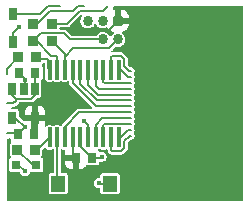
<source format=gtl>
%TF.GenerationSoftware,KiCad,Pcbnew,9.0.0*%
%TF.CreationDate,2025-09-23T13:08:56+01:00*%
%TF.ProjectId,ASCII_gerbersockets_test,41534349-495f-4676-9572-626572736f63,v0.3*%
%TF.SameCoordinates,PX501bd00PY47868c0*%
%TF.FileFunction,Copper,L1,Top*%
%TF.FilePolarity,Positive*%
%FSLAX46Y46*%
G04 Gerber Fmt 4.6, Leading zero omitted, Abs format (unit mm)*
G04 Created by KiCad (PCBNEW 9.0.0) date 2025-09-23 13:08:56*
%MOMM*%
%LPD*%
G01*
G04 APERTURE LIST*
G04 Aperture macros list*
%AMRoundRect*
0 Rectangle with rounded corners*
0 $1 Rounding radius*
0 $2 $3 $4 $5 $6 $7 $8 $9 X,Y pos of 4 corners*
0 Add a 4 corners polygon primitive as box body*
4,1,4,$2,$3,$4,$5,$6,$7,$8,$9,$2,$3,0*
0 Add four circle primitives for the rounded corners*
1,1,$1+$1,$2,$3*
1,1,$1+$1,$4,$5*
1,1,$1+$1,$6,$7*
1,1,$1+$1,$8,$9*
0 Add four rect primitives between the rounded corners*
20,1,$1+$1,$2,$3,$4,$5,0*
20,1,$1+$1,$4,$5,$6,$7,0*
20,1,$1+$1,$6,$7,$8,$9,0*
20,1,$1+$1,$8,$9,$2,$3,0*%
G04 Aperture macros list end*
%TA.AperFunction,ComponentPad*%
%ADD10RoundRect,0.172720X-0.259080X-0.259080X0.259080X-0.259080X0.259080X0.259080X-0.259080X0.259080X0*%
%TD*%
%TA.AperFunction,ComponentPad*%
%ADD11C,0.863600*%
%TD*%
%TA.AperFunction,SMDPad,CuDef*%
%ADD12R,0.860000X0.810000*%
%TD*%
%TA.AperFunction,SMDPad,CuDef*%
%ADD13R,0.700000X1.000000*%
%TD*%
%TA.AperFunction,SMDPad,CuDef*%
%ADD14R,0.800000X0.800000*%
%TD*%
%TA.AperFunction,SMDPad,CuDef*%
%ADD15R,0.800000X0.900000*%
%TD*%
%TA.AperFunction,SMDPad,CuDef*%
%ADD16O,0.360000X1.740000*%
%TD*%
%TA.AperFunction,SMDPad,CuDef*%
%ADD17R,1.230000X1.360000*%
%TD*%
%TA.AperFunction,SMDPad,CuDef*%
%ADD18R,0.810000X0.860000*%
%TD*%
%TA.AperFunction,SMDPad,CuDef*%
%ADD19R,0.750000X1.000000*%
%TD*%
%TA.AperFunction,SMDPad,CuDef*%
%ADD20C,0.125000*%
%TD*%
%TA.AperFunction,ViaPad*%
%ADD21C,0.450000*%
%TD*%
%TA.AperFunction,Conductor*%
%ADD22C,0.200000*%
%TD*%
G04 APERTURE END LIST*
D10*
%TO.P,J1,1,Vcc*%
%TO.N,+3V3*%
X3875000Y7000000D03*
D11*
%TO.P,J1,2,SWDIO*%
%TO.N,/SWDIO*%
X3875000Y5425200D03*
%TO.P,J1,3,GND*%
%TO.N,GND*%
X2605000Y7000000D03*
%TO.P,J1,4,SWDCLK*%
%TO.N,/SWCLK*%
X2605000Y5425200D03*
%TO.P,J1,5,~{RESET}*%
%TO.N,/nRESET*%
X1335000Y7000000D03*
%TD*%
D12*
%TO.P,R7,1*%
%TO.N,/SWDIO*%
X-1700000Y5250000D03*
%TO.P,R7,2*%
%TO.N,Net-(GS5-SWDIO~^)*%
X-1700000Y6750000D03*
%TD*%
D13*
%TO.P,U2,1,IN*%
%TO.N,JD_PWR*%
X-3150000Y1200000D03*
%TO.P,U2,2,GND*%
%TO.N,GND*%
X-4100000Y1200000D03*
%TO.P,U2,3,EN*%
%TO.N,JD_PWR*%
X-5050000Y1200000D03*
%TO.P,U2,4,N/C*%
%TO.N,GND*%
X-5050000Y-1200000D03*
%TO.P,U2,5,OUT*%
%TO.N,+3V3*%
X-3150000Y-1200000D03*
%TD*%
D14*
%TO.P,D1,1*%
%TO.N,Net-(D1-Pad1)*%
X-3050000Y-5200000D03*
%TO.P,D1,2*%
%TO.N,GND*%
X-4750000Y-5200000D03*
%TD*%
D12*
%TO.P,R6,1*%
%TO.N,/SWCLK*%
X-3300000Y5250000D03*
%TO.P,R6,2*%
%TO.N,Net-(GS4-SWCLK)*%
X-3300000Y6750000D03*
%TD*%
D15*
%TO.P,C3,1*%
%TO.N,+3V3*%
X-3200000Y-2600000D03*
%TO.P,C3,2*%
%TO.N,GND*%
X-4600000Y-2600000D03*
%TD*%
D16*
%TO.P,U1,1,PB7/PB8*%
%TO.N,/JD_STATUS*%
X-1910000Y-2870000D03*
%TO.P,U1,2,PB9/PC14-OSC32_IN*%
%TO.N,/nFLASH*%
X-1260000Y-2870000D03*
%TO.P,U1,3,PC15-OSC32_OUT*%
%TO.N,unconnected-(U1-PC15-OSC32_OUT-Pad3)*%
X-610000Y-2870000D03*
%TO.P,U1,4,VDD/VDDA*%
%TO.N,+3V3*%
X40000Y-2870000D03*
%TO.P,U1,5,VSS/VSSA*%
%TO.N,GND*%
X700000Y-2870000D03*
%TO.P,U1,6,NRST*%
%TO.N,/nRESET*%
X1350000Y-2870000D03*
%TO.P,U1,7,PA0*%
%TO.N,unconnected-(U1-PA0-Pad7)*%
X2000000Y-2870000D03*
%TO.P,U1,8,PA1*%
%TO.N,unconnected-(U1-PA1-Pad8)*%
X2650000Y-2870000D03*
%TO.P,U1,9,PA2*%
%TO.N,unconnected-(U1-PA2-Pad9)*%
X3300000Y-2870000D03*
%TO.P,U1,10,PA3*%
%TO.N,unconnected-(U1-PA3-Pad10)*%
X3950000Y-2870000D03*
%TO.P,U1,11,PA4*%
%TO.N,unconnected-(U1-PA4-Pad11)*%
X3950000Y2870000D03*
%TO.P,U1,12,PA5*%
%TO.N,unconnected-(U1-PA5-Pad12)*%
X3300000Y2870000D03*
%TO.P,U1,13,PA6*%
%TO.N,unconnected-(U1-PA6-Pad13)*%
X2650000Y2870000D03*
%TO.P,U1,14,PA7*%
%TO.N,unconnected-(U1-PA7-Pad14)*%
X2000000Y2870000D03*
%TO.P,U1,15,PB0/PB1/PB2/PA8*%
%TO.N,unconnected-(U1-PB0{slash}PB1{slash}PB2{slash}PA8-Pad15)*%
X1350000Y2870000D03*
%TO.P,U1,16,PA11[PA9]*%
%TO.N,unconnected-(U1-PA11[PA9]-Pad16)*%
X700000Y2870000D03*
%TO.P,U1,17,PA12[PA10]*%
%TO.N,unconnected-(U1-PA12[PA10]-Pad17)*%
X40000Y2870000D03*
%TO.P,U1,18,PA13*%
%TO.N,/SWDIO*%
X-610000Y2870000D03*
%TO.P,U1,19,PA15/PA14-BOOT0*%
%TO.N,/SWCLK*%
X-1260000Y2870000D03*
%TO.P,U1,20,PB3/PB4/PB5/PB6*%
%TO.N,/JD_DATA_MCU*%
X-1910000Y2870000D03*
%TD*%
D17*
%TO.P,SW1,1,1*%
%TO.N,GND*%
X3200000Y-6800000D03*
%TO.P,SW1,2,2*%
%TO.N,/nFLASH*%
X-1160000Y-6800000D03*
%TD*%
D18*
%TO.P,R5,1*%
%TO.N,/JD_DATA_MCU*%
X-3050000Y3900000D03*
%TO.P,R5,2*%
%TO.N,Net-(GS3-JD_DATA)*%
X-4550000Y3900000D03*
%TD*%
D15*
%TO.P,C1,1*%
%TO.N,+3V3*%
X300000Y-4600000D03*
%TO.P,C1,2*%
%TO.N,GND*%
X1700000Y-4600000D03*
%TD*%
%TO.P,C2,1*%
%TO.N,JD_PWR*%
X-3100000Y2600000D03*
%TO.P,C2,2*%
%TO.N,GND*%
X-4500000Y2600000D03*
%TD*%
D18*
%TO.P,R1,1*%
%TO.N,/JD_STATUS*%
X-3150000Y-3900000D03*
%TO.P,R1,2*%
%TO.N,Net-(D1-Pad1)*%
X-4650000Y-3900000D03*
%TD*%
D19*
%TO.P,D2,1,K*%
%TO.N,Net-(D2-K)*%
X-5000000Y7570000D03*
%TO.P,D2,2,A*%
%TO.N,/nRESET*%
X-5000000Y5230000D03*
%TD*%
D20*
%TO.P,GS1,1,JD_PWR*%
%TO.N,JD_PWR*%
X-5500000Y0D03*
%TD*%
%TO.P,GS2,1,GND*%
%TO.N,GND*%
X-5500000Y-2500000D03*
%TD*%
%TO.P,GS6,1,RESET*%
%TO.N,Net-(D2-K)*%
X-1000000Y8250000D03*
%TD*%
%TO.P,GS4,1,SWCLK*%
%TO.N,Net-(GS4-SWCLK)*%
X1000000Y8250000D03*
%TD*%
%TO.P,GS3,1,JD_DATA*%
%TO.N,Net-(GS3-JD_DATA)*%
X-5500000Y2500000D03*
%TD*%
%TO.P,GS5,1,SWDIO~^*%
%TO.N,Net-(GS5-SWDIO~^)*%
X3000000Y8250000D03*
%TD*%
D21*
%TO.N,GND*%
X-4000000Y2000000D03*
X2500000Y-4500000D03*
X-4000000Y-5750000D03*
X2250000Y-6750000D03*
X-4000000Y-2000000D03*
%TO.N,+3V3*%
X-600000Y300000D03*
X125000Y6158000D03*
X300000Y-6000000D03*
%TO.N,/nRESET*%
X1000000Y-1500000D03*
X-4500000Y6500000D03*
%TD*%
D22*
%TO.N,GND*%
X-4000000Y2000000D02*
X-4000000Y2100000D01*
X2300000Y-6800000D02*
X2250000Y-6750000D01*
X-5050000Y-1200000D02*
X-4800000Y-1200000D01*
X-4000000Y-2000000D02*
X-4600000Y-2600000D01*
X-4800000Y-1200000D02*
X-4000000Y-2000000D01*
X-4000000Y1300000D02*
X-4100000Y1200000D01*
X-4550000Y-5200000D02*
X-4000000Y-5750000D01*
X1700000Y-4600000D02*
X2400000Y-4600000D01*
X700000Y-3600000D02*
X1700000Y-4600000D01*
X-5500000Y-2500000D02*
X-4700000Y-2500000D01*
X-4000000Y2100000D02*
X-4500000Y2600000D01*
X700000Y-2870000D02*
X700000Y-3600000D01*
X-4000000Y2000000D02*
X-4000000Y1300000D01*
X-4750000Y-5200000D02*
X-4550000Y-5200000D01*
X-4700000Y-2500000D02*
X-4600000Y-2600000D01*
X3200000Y-6800000D02*
X2300000Y-6800000D01*
X2400000Y-4600000D02*
X2500000Y-4500000D01*
%TO.N,+3V3*%
X-3150000Y-1200000D02*
X-3150000Y-2550000D01*
X3033000Y6158000D02*
X125000Y6158000D01*
X3875000Y7000000D02*
X3033000Y6158000D01*
X40000Y-4340000D02*
X300000Y-4600000D01*
X40000Y-2870000D02*
X40000Y-4340000D01*
X-3150000Y-2550000D02*
X-3200000Y-2600000D01*
X-2950000Y-1150000D02*
X-2950000Y-1200000D01*
%TO.N,Net-(D1-Pad1)*%
X-3350000Y-5200000D02*
X-3050000Y-5200000D01*
X-4650000Y-3900000D02*
X-3350000Y-5200000D01*
%TO.N,/SWDIO*%
X3116100Y4666300D02*
X116300Y4666300D01*
X3875000Y5425200D02*
X3116100Y4666300D01*
X-1700000Y5250000D02*
X-610000Y4160000D01*
X116300Y4666300D02*
X-610000Y3940000D01*
X-610000Y3940000D02*
X-610000Y2870000D01*
X-610000Y4160000D02*
X-610000Y2870000D01*
%TO.N,/SWCLK*%
X-2594000Y5956000D02*
X-3300000Y5250000D01*
X-167663Y5425200D02*
X2605000Y5425200D01*
X-1260000Y3940000D02*
X-1260000Y2870000D01*
X-1754000Y4041000D02*
X-1361000Y4041000D01*
X-2963000Y5250000D02*
X-1754000Y4041000D01*
X-3100000Y5250000D02*
X-2963000Y5250000D01*
X-1361000Y4041000D02*
X-1260000Y3940000D01*
X-698463Y5956000D02*
X-2594000Y5956000D01*
X-698463Y5956000D02*
X-167663Y5425200D01*
%TO.N,/nRESET*%
X1350000Y-2870000D02*
X1350000Y-1850000D01*
X1350000Y-1850000D02*
X1000000Y-1500000D01*
X-5000000Y6000000D02*
X-4500000Y6500000D01*
X-5000000Y5230000D02*
X-5000000Y6000000D01*
%TO.N,/JD_STATUS*%
X-3150000Y-3900000D02*
X-2940000Y-3900000D01*
X-2940000Y-3900000D02*
X-1910000Y-2870000D01*
%TO.N,/nFLASH*%
X-1260000Y-2870000D02*
X-1260000Y-6700000D01*
X-1260000Y-6700000D02*
X-1160000Y-6800000D01*
%TO.N,unconnected-(U1-PA5-Pad12)*%
X4815686Y2750000D02*
X5000000Y2750000D01*
X3300000Y3940000D02*
X3401000Y4041000D01*
X3401000Y4041000D02*
X4149237Y4041000D01*
X4431000Y3759237D02*
X4431000Y3134686D01*
X3300000Y2870000D02*
X3300000Y3940000D01*
X4431000Y3134686D02*
X4815686Y2750000D01*
X4149237Y4041000D02*
X4431000Y3759237D01*
%TO.N,unconnected-(U1-PC15-OSC32_OUT-Pad3)*%
X595000Y-750000D02*
X5000000Y-750000D01*
X-610000Y-2870000D02*
X-610000Y-1955000D01*
X-610000Y-1955000D02*
X595000Y-750000D01*
%TO.N,unconnected-(U1-PA2-Pad9)*%
X4149237Y-4041000D02*
X4431000Y-3759237D01*
X4431000Y-3759237D02*
X4431000Y-3199725D01*
X4880726Y-2750000D02*
X5000000Y-2750000D01*
X3300000Y-2870000D02*
X3300000Y-3940000D01*
X3300000Y-3940000D02*
X3401000Y-4041000D01*
X3401000Y-4041000D02*
X4149237Y-4041000D01*
X4431000Y-3199725D02*
X4880726Y-2750000D01*
%TO.N,unconnected-(U1-PA1-Pad8)*%
X4199000Y-1699000D02*
X4250000Y-1750000D01*
X2650000Y-1800000D02*
X2751000Y-1699000D01*
X2751000Y-1699000D02*
X4199000Y-1699000D01*
X4250000Y-1750000D02*
X5000000Y-1750000D01*
X2650000Y-2870000D02*
X2650000Y-1800000D01*
%TO.N,unconnected-(U1-PA11[PA9]-Pad16)*%
X700000Y1650000D02*
X2100000Y250000D01*
X2100000Y250000D02*
X5000000Y250000D01*
X700000Y2870000D02*
X700000Y1650000D01*
%TO.N,unconnected-(U1-PB0{slash}PB1{slash}PB2{slash}PA8-Pad15)*%
X1350000Y1567100D02*
X2167100Y750000D01*
X2167100Y750000D02*
X5000000Y750000D01*
X1350000Y2870000D02*
X1350000Y1567100D01*
%TO.N,unconnected-(U1-PA7-Pad14)*%
X2000000Y1484200D02*
X2234200Y1250000D01*
X2234200Y1250000D02*
X5000000Y1250000D01*
X2000000Y2870000D02*
X2000000Y1484200D01*
%TO.N,unconnected-(U1-PA6-Pad13)*%
X4199000Y1699000D02*
X4250000Y1750000D01*
X4250000Y1750000D02*
X5000000Y1750000D01*
X2650000Y1800000D02*
X2751000Y1699000D01*
X2650000Y2870000D02*
X2650000Y1800000D01*
X2751000Y1699000D02*
X4199000Y1699000D01*
%TO.N,unconnected-(U1-PA0-Pad7)*%
X2000000Y-1800000D02*
X2550000Y-1250000D01*
X2000000Y-2870000D02*
X2000000Y-1800000D01*
X2550000Y-1250000D02*
X5000000Y-1250000D01*
%TO.N,unconnected-(U1-PA3-Pad10)*%
X3950000Y-2870000D02*
X4130000Y-2870000D01*
X4750000Y-2250000D02*
X5000000Y-2250000D01*
X4130000Y-2870000D02*
X4750000Y-2250000D01*
%TO.N,unconnected-(U1-PA12[PA10]-Pad17)*%
X40000Y1710000D02*
X2000000Y-250000D01*
X2000000Y-250000D02*
X5000000Y-250000D01*
X40000Y2870000D02*
X40000Y1710000D01*
%TO.N,unconnected-(U1-PA4-Pad11)*%
X4130000Y2870000D02*
X4750000Y2250000D01*
X4750000Y2250000D02*
X5000000Y2250000D01*
X3950000Y2870000D02*
X4130000Y2870000D01*
%TO.N,JD_PWR*%
X-4751000Y399000D02*
X-4500000Y399000D01*
X-3150000Y698000D02*
X-3150000Y1200000D01*
X-4751000Y249000D02*
X-5000000Y0D01*
X-3449000Y399000D02*
X-3150000Y698000D01*
X-3150000Y1200000D02*
X-3150000Y2550000D01*
X-4751000Y399000D02*
X-4751000Y249000D01*
X-5050000Y1200000D02*
X-5050000Y698000D01*
X-5050000Y698000D02*
X-4751000Y399000D01*
X-4500000Y399000D02*
X-3449000Y399000D01*
X-3150000Y2550000D02*
X-3100000Y2600000D01*
X-5500000Y0D02*
X-5000000Y0D01*
%TO.N,Net-(GS3-JD_DATA)*%
X-5500000Y2950000D02*
X-5500000Y2500000D01*
X-4550000Y3900000D02*
X-5500000Y2950000D01*
%TO.N,/JD_DATA_MCU*%
X-2000000Y3700000D02*
X-2000000Y2960000D01*
X-2098000Y3798000D02*
X-2000000Y3700000D01*
X-2948000Y3798000D02*
X-2098000Y3798000D01*
X-2000000Y2960000D02*
X-1910000Y2870000D01*
X-3050000Y3900000D02*
X-2948000Y3798000D01*
%TO.N,Net-(D2-K)*%
X-2045272Y8250000D02*
X-1000000Y8250000D01*
X-2725272Y7570000D02*
X-2045272Y8250000D01*
X-5000000Y7570000D02*
X-2725272Y7570000D01*
%TO.N,Net-(GS4-SWCLK)*%
X-3300000Y6750000D02*
X-2979586Y6750000D01*
X-2979586Y6750000D02*
X-1880586Y7849000D01*
X505492Y8250000D02*
X1000000Y8250000D01*
X104492Y7849000D02*
X505492Y8250000D01*
X-1880586Y7849000D02*
X104492Y7849000D01*
%TO.N,Net-(GS5-SWDIO~^)*%
X-1700000Y6750000D02*
X-428822Y6750000D01*
X-428822Y6750000D02*
X670178Y7849000D01*
X2599000Y7849000D02*
X3000000Y8250000D01*
X670178Y7849000D02*
X2599000Y7849000D01*
%TD*%
%TA.AperFunction,Conductor*%
%TO.N,+3V3*%
G36*
X14477826Y8227826D02*
G01*
X14499500Y8175500D01*
X14499500Y-8175500D01*
X14477826Y-8227826D01*
X14425500Y-8249500D01*
X-5425500Y-8249500D01*
X-5477826Y-8227826D01*
X-5499500Y-8175500D01*
X-5499500Y-3069144D01*
X-5477826Y-3016818D01*
X-5439208Y-2997776D01*
X-5439422Y-2996977D01*
X-5435403Y-2995899D01*
X-5435151Y-2995776D01*
X-5434745Y-2995722D01*
X-5434737Y-2995722D01*
X-5308658Y-2961940D01*
X-5308652Y-2961936D01*
X-5304176Y-2960083D01*
X-5303180Y-2962489D01*
X-5255362Y-2956183D01*
X-5210422Y-2990653D01*
X-5200500Y-3027666D01*
X-5200500Y-3069746D01*
X-5188867Y-3128232D01*
X-5142175Y-3198109D01*
X-5131125Y-3253657D01*
X-5162590Y-3300750D01*
X-5199550Y-3325446D01*
X-5199553Y-3325449D01*
X-5243867Y-3391767D01*
X-5243867Y-3391769D01*
X-5255500Y-3450252D01*
X-5255500Y-4349748D01*
X-5250588Y-4374440D01*
X-5243867Y-4408232D01*
X-5233016Y-4424471D01*
X-5199552Y-4474552D01*
X-5197157Y-4476152D01*
X-5195559Y-4478544D01*
X-5194398Y-4479705D01*
X-5194629Y-4479935D01*
X-5165692Y-4523245D01*
X-5176742Y-4578793D01*
X-5223831Y-4610257D01*
X-5224998Y-4610489D01*
X-5228234Y-4611133D01*
X-5294551Y-4655447D01*
X-5294553Y-4655449D01*
X-5338867Y-4721767D01*
X-5350500Y-4780253D01*
X-5350500Y-5619746D01*
X-5338867Y-5678232D01*
X-5309392Y-5722343D01*
X-5294552Y-5744552D01*
X-5250440Y-5774027D01*
X-5228233Y-5788866D01*
X-5228232Y-5788866D01*
X-5228231Y-5788867D01*
X-5169748Y-5800500D01*
X-4483761Y-5800500D01*
X-4431435Y-5822174D01*
X-4412283Y-5855347D01*
X-4396505Y-5914232D01*
X-4396501Y-5914241D01*
X-4386748Y-5931133D01*
X-4340485Y-6011263D01*
X-4261263Y-6090485D01*
X-4164237Y-6146503D01*
X-4056021Y-6175499D01*
X-4056020Y-6175500D01*
X-4056018Y-6175500D01*
X-3943980Y-6175500D01*
X-3943980Y-6175499D01*
X-3835763Y-6146503D01*
X-3738737Y-6090485D01*
X-3659515Y-6011263D01*
X-3603497Y-5914237D01*
X-3585734Y-5847941D01*
X-3551256Y-5803010D01*
X-3499821Y-5794518D01*
X-3469748Y-5800500D01*
X-3469746Y-5800500D01*
X-2630254Y-5800500D01*
X-2630252Y-5800500D01*
X-2571769Y-5788867D01*
X-2505448Y-5744552D01*
X-2461133Y-5678231D01*
X-2449500Y-5619748D01*
X-2449500Y-4780252D01*
X-2461133Y-4721769D01*
X-2505448Y-4655448D01*
X-2527657Y-4640608D01*
X-2571768Y-4611133D01*
X-2571767Y-4611133D01*
X-2574625Y-4610564D01*
X-2576170Y-4610257D01*
X-2623260Y-4578791D01*
X-2634309Y-4523242D01*
X-2605372Y-4479935D01*
X-2605602Y-4479705D01*
X-2604442Y-4478544D01*
X-2602843Y-4476152D01*
X-2600448Y-4474552D01*
X-2556133Y-4408231D01*
X-2544500Y-4349748D01*
X-2544500Y-3960122D01*
X-2522827Y-3907797D01*
X-2353744Y-3738714D01*
X-2301420Y-3717041D01*
X-2249094Y-3738715D01*
X-2237334Y-3754041D01*
X-2214476Y-3793632D01*
X-2143632Y-3864476D01*
X-2056867Y-3914569D01*
X-1960097Y-3940499D01*
X-1960096Y-3940500D01*
X-1960094Y-3940500D01*
X-1859904Y-3940500D01*
X-1859904Y-3940499D01*
X-1763133Y-3914569D01*
X-1694986Y-3875225D01*
X-1672167Y-3862051D01*
X-1670720Y-3864558D01*
X-1624870Y-3852253D01*
X-1575810Y-3880552D01*
X-1560500Y-3925624D01*
X-1560500Y-5845500D01*
X-1582174Y-5897826D01*
X-1634500Y-5919500D01*
X-1794748Y-5919500D01*
X-1823990Y-5925316D01*
X-1853233Y-5931133D01*
X-1919551Y-5975447D01*
X-1919553Y-5975449D01*
X-1963867Y-6041767D01*
X-1975500Y-6100253D01*
X-1975500Y-7499746D01*
X-1963867Y-7558232D01*
X-1934392Y-7602343D01*
X-1919552Y-7624552D01*
X-1875440Y-7654027D01*
X-1853233Y-7668866D01*
X-1853232Y-7668866D01*
X-1853231Y-7668867D01*
X-1794748Y-7680500D01*
X-1794746Y-7680500D01*
X-525254Y-7680500D01*
X-525252Y-7680500D01*
X-466769Y-7668867D01*
X-400448Y-7624552D01*
X-356133Y-7558231D01*
X-344500Y-7499748D01*
X-344500Y-6693979D01*
X1824500Y-6693979D01*
X1824500Y-6806020D01*
X1853495Y-6914232D01*
X1853496Y-6914235D01*
X1853497Y-6914237D01*
X1909515Y-7011263D01*
X1988737Y-7090485D01*
X2085763Y-7146503D01*
X2193979Y-7175499D01*
X2193980Y-7175500D01*
X2310500Y-7175500D01*
X2362826Y-7197174D01*
X2384500Y-7249500D01*
X2384500Y-7499746D01*
X2396133Y-7558232D01*
X2425608Y-7602343D01*
X2440448Y-7624552D01*
X2484560Y-7654027D01*
X2506767Y-7668866D01*
X2506768Y-7668866D01*
X2506769Y-7668867D01*
X2565252Y-7680500D01*
X2565254Y-7680500D01*
X3834746Y-7680500D01*
X3834748Y-7680500D01*
X3893231Y-7668867D01*
X3959552Y-7624552D01*
X4003867Y-7558231D01*
X4015500Y-7499748D01*
X4015500Y-6100252D01*
X4003867Y-6041769D01*
X3959552Y-5975448D01*
X3937343Y-5960608D01*
X3893232Y-5931133D01*
X3893233Y-5931133D01*
X3863989Y-5925316D01*
X3834748Y-5919500D01*
X2565252Y-5919500D01*
X2536010Y-5925316D01*
X2506767Y-5931133D01*
X2440449Y-5975447D01*
X2440447Y-5975449D01*
X2396133Y-6041767D01*
X2384500Y-6100253D01*
X2384500Y-6250500D01*
X2362826Y-6302826D01*
X2310500Y-6324500D01*
X2193980Y-6324500D01*
X2085767Y-6353495D01*
X2085758Y-6353499D01*
X1988736Y-6409515D01*
X1909515Y-6488736D01*
X1853499Y-6585758D01*
X1853495Y-6585767D01*
X1824500Y-6693979D01*
X-344500Y-6693979D01*
X-344500Y-6100252D01*
X-356133Y-6041769D01*
X-400448Y-5975448D01*
X-422657Y-5960608D01*
X-466768Y-5931133D01*
X-466767Y-5931133D01*
X-496011Y-5925316D01*
X-525252Y-5919500D01*
X-525254Y-5919500D01*
X-885500Y-5919500D01*
X-937826Y-5897826D01*
X-959500Y-5845500D01*
X-959500Y-5097828D01*
X-600000Y-5097828D01*
X-593598Y-5157375D01*
X-593597Y-5157380D01*
X-543355Y-5292087D01*
X-543354Y-5292088D01*
X-457189Y-5407188D01*
X-342089Y-5493353D01*
X-342088Y-5493354D01*
X-207381Y-5543596D01*
X-207376Y-5543597D01*
X-147829Y-5550000D01*
X50000Y-5550000D01*
X50000Y-4850000D01*
X-600000Y-4850000D01*
X-600000Y-5097828D01*
X-959500Y-5097828D01*
X-959500Y-3925624D01*
X-937826Y-3873298D01*
X-885500Y-3851624D01*
X-848976Y-3864030D01*
X-847833Y-3862051D01*
X-825014Y-3875225D01*
X-756867Y-3914569D01*
X-660094Y-3940500D01*
X-660089Y-3940500D01*
X-655287Y-3941133D01*
X-655560Y-3943204D01*
X-609762Y-3962174D01*
X-588088Y-4014500D01*
X-592752Y-4040356D01*
X-593598Y-4042624D01*
X-600000Y-4102171D01*
X-600000Y-4350000D01*
X226000Y-4350000D01*
X278326Y-4371674D01*
X300000Y-4424000D01*
X300000Y-4600000D01*
X476000Y-4600000D01*
X528326Y-4621674D01*
X550000Y-4674000D01*
X550000Y-5550000D01*
X747829Y-5550000D01*
X807375Y-5543597D01*
X807380Y-5543596D01*
X942087Y-5493354D01*
X942088Y-5493353D01*
X1057188Y-5407188D01*
X1143352Y-5292089D01*
X1145238Y-5287033D01*
X1183826Y-5245576D01*
X1229009Y-5240307D01*
X1280252Y-5250500D01*
X1280254Y-5250500D01*
X2119746Y-5250500D01*
X2119748Y-5250500D01*
X2178231Y-5238867D01*
X2244552Y-5194552D01*
X2288867Y-5128231D01*
X2300500Y-5069748D01*
X2300500Y-4983493D01*
X2322174Y-4931167D01*
X2374500Y-4909493D01*
X2393653Y-4912015D01*
X2429987Y-4921750D01*
X2443979Y-4925499D01*
X2443980Y-4925500D01*
X2443982Y-4925500D01*
X2556020Y-4925500D01*
X2556020Y-4925499D01*
X2664237Y-4896503D01*
X2761263Y-4840485D01*
X2840485Y-4761263D01*
X2896503Y-4664237D01*
X2925499Y-4556020D01*
X2925500Y-4556020D01*
X2925500Y-4443980D01*
X2925499Y-4443979D01*
X2915920Y-4408231D01*
X2896503Y-4335763D01*
X2840485Y-4238737D01*
X2761263Y-4159515D01*
X2700640Y-4124514D01*
X2664241Y-4103499D01*
X2664232Y-4103495D01*
X2602037Y-4086830D01*
X2602029Y-4086828D01*
X2556018Y-4074500D01*
X2443982Y-4074500D01*
X2365188Y-4095612D01*
X2352481Y-4093939D01*
X2340298Y-4097910D01*
X2328013Y-4090717D01*
X2309035Y-4088219D01*
X2289810Y-4072244D01*
X2286954Y-4068906D01*
X2244552Y-4005448D01*
X2216771Y-3986885D01*
X2210140Y-3979135D01*
X2204284Y-3961169D01*
X2193787Y-3945458D01*
X2195825Y-3935214D01*
X2192589Y-3925286D01*
X2201151Y-3908441D01*
X2204839Y-3889910D01*
X2215783Y-3879660D01*
X2218255Y-3874798D01*
X2222427Y-3873438D01*
X2229368Y-3866937D01*
X2233632Y-3864476D01*
X2272674Y-3825434D01*
X2325000Y-3803760D01*
X2377326Y-3825434D01*
X2416368Y-3864476D01*
X2503133Y-3914569D01*
X2548341Y-3926683D01*
X2599906Y-3940500D01*
X2624429Y-3940500D01*
X2700096Y-3940500D01*
X2700096Y-3940499D01*
X2796867Y-3914569D01*
X2865014Y-3875225D01*
X2887833Y-3862051D01*
X2889280Y-3864558D01*
X2935130Y-3852253D01*
X2984190Y-3880552D01*
X2999500Y-3925624D01*
X2999500Y-3979564D01*
X3019978Y-4055988D01*
X3036445Y-4084511D01*
X3036446Y-4084511D01*
X3059540Y-4124511D01*
X3216489Y-4281460D01*
X3285012Y-4321022D01*
X3361438Y-4341500D01*
X3361440Y-4341500D01*
X4188801Y-4341500D01*
X4188801Y-4341499D01*
X4265226Y-4321021D01*
X4333748Y-4281460D01*
X4389697Y-4225511D01*
X4671460Y-3943748D01*
X4696465Y-3900438D01*
X4711021Y-3875226D01*
X4731499Y-3798801D01*
X4731500Y-3798801D01*
X4731500Y-3354848D01*
X4753174Y-3302522D01*
X4983523Y-3072174D01*
X5035849Y-3050500D01*
X5039564Y-3050500D01*
X5039564Y-3050499D01*
X5115989Y-3030021D01*
X5184511Y-2990460D01*
X5240460Y-2934511D01*
X5280021Y-2865989D01*
X5300499Y-2789564D01*
X5300500Y-2789564D01*
X5300500Y-2710436D01*
X5300499Y-2710435D01*
X5280022Y-2634014D01*
X5280020Y-2634009D01*
X5240459Y-2565488D01*
X5227297Y-2552326D01*
X5205623Y-2500000D01*
X5227297Y-2447674D01*
X5240460Y-2434511D01*
X5280021Y-2365989D01*
X5300499Y-2289564D01*
X5300500Y-2289564D01*
X5300500Y-2210436D01*
X5300499Y-2210435D01*
X5280022Y-2134014D01*
X5280020Y-2134009D01*
X5262303Y-2103323D01*
X5240460Y-2065489D01*
X5227297Y-2052326D01*
X5205623Y-2000000D01*
X5227297Y-1947674D01*
X5232579Y-1942392D01*
X5240460Y-1934511D01*
X5280021Y-1865989D01*
X5300499Y-1789564D01*
X5300500Y-1789564D01*
X5300500Y-1710436D01*
X5300499Y-1710435D01*
X5299481Y-1706637D01*
X5290260Y-1672224D01*
X5280022Y-1634014D01*
X5280020Y-1634009D01*
X5240459Y-1565488D01*
X5227297Y-1552326D01*
X5205623Y-1500000D01*
X5227297Y-1447674D01*
X5230992Y-1443979D01*
X5240460Y-1434511D01*
X5280021Y-1365989D01*
X5300499Y-1289564D01*
X5300500Y-1289564D01*
X5300500Y-1210436D01*
X5300499Y-1210435D01*
X5280022Y-1134014D01*
X5280020Y-1134009D01*
X5258770Y-1097203D01*
X5240460Y-1065489D01*
X5227297Y-1052326D01*
X5205623Y-1000000D01*
X5227297Y-947674D01*
X5240460Y-934511D01*
X5280021Y-865989D01*
X5300499Y-789564D01*
X5300500Y-789564D01*
X5300500Y-710436D01*
X5300499Y-710435D01*
X5292411Y-680252D01*
X5280021Y-634011D01*
X5240460Y-565489D01*
X5227297Y-552326D01*
X5205623Y-500000D01*
X5227297Y-447674D01*
X5240460Y-434511D01*
X5280021Y-365989D01*
X5300499Y-289564D01*
X5300500Y-289564D01*
X5300500Y-210436D01*
X5300499Y-210435D01*
X5299418Y-206402D01*
X5280021Y-134011D01*
X5240460Y-65489D01*
X5227297Y-52326D01*
X5205623Y0D01*
X5227297Y52326D01*
X5240460Y65489D01*
X5280021Y134011D01*
X5300499Y210436D01*
X5300500Y210436D01*
X5300500Y289564D01*
X5300499Y289565D01*
X5280022Y365986D01*
X5280020Y365991D01*
X5240459Y434512D01*
X5227297Y447674D01*
X5205623Y500000D01*
X5227297Y552326D01*
X5230421Y555450D01*
X5240460Y565489D01*
X5280021Y634011D01*
X5300499Y710436D01*
X5300500Y710436D01*
X5300500Y789564D01*
X5300499Y789565D01*
X5280022Y865986D01*
X5280020Y865991D01*
X5240459Y934512D01*
X5227297Y947674D01*
X5205623Y1000000D01*
X5227297Y1052326D01*
X5240460Y1065489D01*
X5280021Y1134011D01*
X5300499Y1210436D01*
X5300500Y1210436D01*
X5300500Y1289564D01*
X5300499Y1289565D01*
X5280022Y1365986D01*
X5280020Y1365991D01*
X5240459Y1434512D01*
X5227297Y1447674D01*
X5205623Y1500000D01*
X5227297Y1552326D01*
X5240460Y1565489D01*
X5280021Y1634011D01*
X5300499Y1710436D01*
X5300500Y1710436D01*
X5300500Y1789564D01*
X5300499Y1789565D01*
X5280022Y1865986D01*
X5280020Y1865991D01*
X5251975Y1914566D01*
X5240460Y1934511D01*
X5227297Y1947674D01*
X5205623Y2000000D01*
X5227297Y2052326D01*
X5240460Y2065489D01*
X5280021Y2134011D01*
X5300499Y2210436D01*
X5300500Y2210436D01*
X5300500Y2289564D01*
X5300499Y2289565D01*
X5280022Y2365986D01*
X5280020Y2365991D01*
X5256681Y2406415D01*
X5240460Y2434511D01*
X5227297Y2447674D01*
X5205623Y2500000D01*
X5227297Y2552326D01*
X5240460Y2565489D01*
X5280021Y2634011D01*
X5300499Y2710436D01*
X5300500Y2710436D01*
X5300500Y2789564D01*
X5300499Y2789565D01*
X5280022Y2865986D01*
X5280020Y2865991D01*
X5240459Y2934512D01*
X5184511Y2990460D01*
X5115990Y3030021D01*
X5115985Y3030023D01*
X5039564Y3050500D01*
X5039562Y3050500D01*
X4970809Y3050500D01*
X4918483Y3072174D01*
X4753174Y3237483D01*
X4731500Y3289809D01*
X4731500Y3798801D01*
X4731499Y3798802D01*
X4711022Y3875223D01*
X4711020Y3875228D01*
X4671459Y3943749D01*
X4333748Y4281460D01*
X4265227Y4321021D01*
X4265222Y4321023D01*
X4188801Y4341500D01*
X4188799Y4341500D01*
X3440562Y4341500D01*
X3394923Y4341500D01*
X3342597Y4363174D01*
X3320923Y4415500D01*
X3342597Y4467826D01*
X3356560Y4481789D01*
X3426945Y4552174D01*
X3663768Y4788999D01*
X3716093Y4810672D01*
X3730523Y4809251D01*
X3812724Y4792900D01*
X3812726Y4792900D01*
X3937275Y4792900D01*
X3937276Y4792900D01*
X4059435Y4817199D01*
X4174506Y4864863D01*
X4278067Y4934061D01*
X4366139Y5022133D01*
X4435337Y5125694D01*
X4483001Y5240765D01*
X4507300Y5362924D01*
X4507300Y5487476D01*
X4483001Y5609635D01*
X4464003Y5655500D01*
X4435338Y5724704D01*
X4434672Y5725700D01*
X4366139Y5828267D01*
X4278067Y5916339D01*
X4278063Y5916342D01*
X4278061Y5916344D01*
X4238673Y5942662D01*
X4207208Y5989754D01*
X4218258Y6045303D01*
X4257771Y6074839D01*
X4412198Y6122960D01*
X4552006Y6207477D01*
X4667523Y6322994D01*
X4752040Y6462802D01*
X4800639Y6618764D01*
X4800641Y6618774D01*
X4806799Y6686539D01*
X4806800Y6686548D01*
X4806800Y6750000D01*
X4000787Y6750000D01*
X4046556Y6776424D01*
X4098576Y6828444D01*
X4135359Y6892156D01*
X4154400Y6963216D01*
X4154400Y7036784D01*
X4135359Y7107844D01*
X4098576Y7171556D01*
X4046556Y7223576D01*
X4000787Y7250000D01*
X4125000Y7250000D01*
X4806800Y7250000D01*
X4806800Y7313452D01*
X4806799Y7313462D01*
X4800641Y7381227D01*
X4800639Y7381237D01*
X4752040Y7537199D01*
X4667523Y7677007D01*
X4552006Y7792524D01*
X4412198Y7877041D01*
X4256236Y7925640D01*
X4256226Y7925642D01*
X4188461Y7931800D01*
X4125000Y7931800D01*
X4125000Y7250000D01*
X4000787Y7250000D01*
X3982844Y7260359D01*
X3911784Y7279400D01*
X3838216Y7279400D01*
X3767156Y7260359D01*
X3703444Y7223576D01*
X3651424Y7171556D01*
X3625000Y7125787D01*
X3625000Y7931800D01*
X3561533Y7931800D01*
X3521277Y7928142D01*
X3467205Y7944992D01*
X3440886Y7995143D01*
X3450496Y8038838D01*
X3461940Y8058658D01*
X3495722Y8184737D01*
X3495722Y8184745D01*
X3495776Y8185151D01*
X3495881Y8185335D01*
X3496977Y8189422D01*
X3498071Y8189129D01*
X3524090Y8234204D01*
X3569144Y8249500D01*
X14425500Y8249500D01*
X14477826Y8227826D01*
G37*
%TD.AperFunction*%
%TA.AperFunction,Conductor*%
G36*
X-2312971Y3463968D02*
G01*
X-2300500Y3422856D01*
X-2300500Y2920438D01*
X-2293022Y2892529D01*
X-2290500Y2873378D01*
X-2290500Y2129904D01*
X-2264570Y2033134D01*
X-2216284Y1949500D01*
X-2214476Y1946368D01*
X-2143632Y1875524D01*
X-2056867Y1825431D01*
X-1960097Y1799501D01*
X-1960096Y1799500D01*
X-1960094Y1799500D01*
X-1859904Y1799500D01*
X-1859904Y1799501D01*
X-1763133Y1825431D01*
X-1676368Y1875524D01*
X-1637326Y1914566D01*
X-1585000Y1936240D01*
X-1532674Y1914566D01*
X-1493632Y1875524D01*
X-1406867Y1825431D01*
X-1310097Y1799501D01*
X-1310096Y1799500D01*
X-1310094Y1799500D01*
X-1209904Y1799500D01*
X-1209904Y1799501D01*
X-1113133Y1825431D01*
X-1026368Y1875524D01*
X-987326Y1914566D01*
X-935000Y1936240D01*
X-882674Y1914566D01*
X-843632Y1875524D01*
X-756867Y1825431D01*
X-660097Y1799501D01*
X-660096Y1799500D01*
X-660094Y1799500D01*
X-559904Y1799500D01*
X-559904Y1799501D01*
X-463133Y1825431D01*
X-404213Y1859448D01*
X-372167Y1877949D01*
X-370720Y1875442D01*
X-324870Y1887747D01*
X-275810Y1859448D01*
X-260500Y1814376D01*
X-260500Y1670436D01*
X-240023Y1594015D01*
X-240022Y1594013D01*
X-240021Y1594011D01*
X-228756Y1574500D01*
X-228755Y1574498D01*
X-200461Y1525490D01*
X1648203Y-323174D01*
X1669877Y-375500D01*
X1648203Y-427826D01*
X1595877Y-449500D01*
X555436Y-449500D01*
X479014Y-469977D01*
X479009Y-469979D01*
X443537Y-490460D01*
X410488Y-509540D01*
X-850460Y-1770488D01*
X-890021Y-1839009D01*
X-890022Y-1839013D01*
X-893378Y-1851538D01*
X-927857Y-1896471D01*
X-984010Y-1903862D01*
X-1017182Y-1884710D01*
X-1026369Y-1875523D01*
X-1113135Y-1825430D01*
X-1113134Y-1825430D01*
X-1209904Y-1799500D01*
X-1209906Y-1799500D01*
X-1310094Y-1799500D01*
X-1310096Y-1799500D01*
X-1406867Y-1825430D01*
X-1493632Y-1875523D01*
X-1532674Y-1914566D01*
X-1585000Y-1936240D01*
X-1637326Y-1914566D01*
X-1676369Y-1875523D01*
X-1763135Y-1825430D01*
X-1763134Y-1825430D01*
X-1859904Y-1799500D01*
X-1859906Y-1799500D01*
X-1960094Y-1799500D01*
X-1960096Y-1799500D01*
X-2056867Y-1825430D01*
X-2143632Y-1875523D01*
X-2143636Y-1875526D01*
X-2203226Y-1935116D01*
X-2255552Y-1956790D01*
X-2307877Y-1935115D01*
X-2329551Y-1882789D01*
X-2324885Y-1856929D01*
X-2306403Y-1807377D01*
X-2306403Y-1807375D01*
X-2300000Y-1747828D01*
X-2300000Y-1450000D01*
X-2900000Y-1450000D01*
X-2900000Y-2206000D01*
X-2921674Y-2258326D01*
X-2933030Y-2263029D01*
X-2950000Y-2280000D01*
X-2950000Y-2526000D01*
X-2971674Y-2578326D01*
X-3024000Y-2600000D01*
X-3376000Y-2600000D01*
X-3428326Y-2578326D01*
X-3450000Y-2526000D01*
X-3450000Y-1644000D01*
X-3428326Y-1591674D01*
X-3416971Y-1586970D01*
X-3400000Y-1570000D01*
X-3400000Y-1450000D01*
X-4000001Y-1450000D01*
X-4010190Y-1460189D01*
X-4062516Y-1481862D01*
X-4114841Y-1460188D01*
X-4477826Y-1097203D01*
X-4499500Y-1044877D01*
X-4499500Y-680251D01*
X-4502608Y-664625D01*
X-4505086Y-652171D01*
X-4000000Y-652171D01*
X-4000000Y-950000D01*
X-3400000Y-950000D01*
X-2900000Y-950000D01*
X-2300000Y-950000D01*
X-2300000Y-652171D01*
X-2306403Y-592624D01*
X-2306404Y-592619D01*
X-2356646Y-457912D01*
X-2356647Y-457911D01*
X-2442812Y-342811D01*
X-2557912Y-256646D01*
X-2557913Y-256645D01*
X-2692620Y-206403D01*
X-2692625Y-206402D01*
X-2752171Y-200000D01*
X-2900000Y-200000D01*
X-2900000Y-950000D01*
X-3400000Y-950000D01*
X-3400000Y-200000D01*
X-3547829Y-200000D01*
X-3607376Y-206402D01*
X-3607381Y-206403D01*
X-3742088Y-256645D01*
X-3742089Y-256646D01*
X-3857189Y-342811D01*
X-3943354Y-457911D01*
X-3943355Y-457912D01*
X-3993597Y-592619D01*
X-3993598Y-592624D01*
X-4000000Y-652171D01*
X-4505086Y-652171D01*
X-4506041Y-647373D01*
X-4511133Y-621769D01*
X-4555448Y-555448D01*
X-4600501Y-525344D01*
X-4621768Y-511133D01*
X-4621767Y-511133D01*
X-4651011Y-505316D01*
X-4680252Y-499500D01*
X-5119790Y-499500D01*
X-5172116Y-477826D01*
X-5193790Y-425500D01*
X-5172116Y-373174D01*
X-5121116Y-322174D01*
X-5068790Y-300500D01*
X-4960436Y-300500D01*
X-4960436Y-300499D01*
X-4884011Y-280021D01*
X-4815489Y-240460D01*
X-4759540Y-184511D01*
X-4510540Y64489D01*
X-4510539Y64492D01*
X-4507588Y68336D01*
X-4505471Y66712D01*
X-4467340Y95976D01*
X-4448180Y98500D01*
X-3409436Y98500D01*
X-3409436Y98501D01*
X-3333011Y118979D01*
X-3264489Y158540D01*
X-3208540Y214489D01*
X-2945203Y477826D01*
X-2892877Y499500D01*
X-2780254Y499500D01*
X-2780252Y499500D01*
X-2721769Y511133D01*
X-2655448Y555448D01*
X-2611133Y621769D01*
X-2599500Y680252D01*
X-2599500Y1719748D01*
X-2611133Y1778231D01*
X-2618706Y1789564D01*
X-2659063Y1849962D01*
X-2670113Y1905511D01*
X-2638648Y1952603D01*
X-2625846Y1959445D01*
X-2621773Y1961133D01*
X-2621769Y1961133D01*
X-2555448Y2005448D01*
X-2511133Y2071769D01*
X-2499500Y2130252D01*
X-2499500Y3069748D01*
X-2511133Y3128231D01*
X-2555448Y3194552D01*
X-2555449Y3194553D01*
X-2557826Y3198110D01*
X-2568876Y3253658D01*
X-2537413Y3300749D01*
X-2500448Y3325448D01*
X-2456133Y3391769D01*
X-2447078Y3437294D01*
X-2415612Y3484385D01*
X-2360063Y3495434D01*
X-2312971Y3463968D01*
G37*
%TD.AperFunction*%
%TA.AperFunction,Conductor*%
G36*
X809188Y7458388D02*
G01*
X830862Y7406062D01*
X818391Y7364950D01*
X774661Y7299504D01*
X727000Y7184440D01*
X726997Y7184429D01*
X702700Y7062276D01*
X702700Y6937725D01*
X726997Y6815572D01*
X727000Y6815561D01*
X774661Y6700497D01*
X838829Y6604463D01*
X843861Y6596933D01*
X931933Y6508861D01*
X1035494Y6439663D01*
X1035495Y6439663D01*
X1035496Y6439662D01*
X1072016Y6424535D01*
X1150565Y6391999D01*
X1272724Y6367700D01*
X1272725Y6367700D01*
X1397275Y6367700D01*
X1397276Y6367700D01*
X1519435Y6391999D01*
X1634506Y6439663D01*
X1738067Y6508861D01*
X1826139Y6596933D01*
X1895337Y6700494D01*
X1901633Y6715695D01*
X1941680Y6755743D01*
X1998317Y6755744D01*
X2038365Y6715698D01*
X2044662Y6700497D01*
X2044663Y6700494D01*
X2108829Y6604463D01*
X2113861Y6596933D01*
X2201933Y6508861D01*
X2305494Y6439663D01*
X2305495Y6439663D01*
X2305496Y6439662D01*
X2342016Y6424535D01*
X2420565Y6391999D01*
X2542724Y6367700D01*
X2542725Y6367700D01*
X2667275Y6367700D01*
X2667276Y6367700D01*
X2789435Y6391999D01*
X2867984Y6424535D01*
X2904502Y6439661D01*
X2904503Y6439662D01*
X2904506Y6439663D01*
X2916651Y6447779D01*
X2972197Y6458831D01*
X3019291Y6427368D01*
X3021093Y6424535D01*
X3082476Y6322994D01*
X3197993Y6207477D01*
X3337801Y6122960D01*
X3492228Y6074839D01*
X3535737Y6038580D01*
X3540862Y5982175D01*
X3511326Y5942662D01*
X3471939Y5916344D01*
X3471935Y5916341D01*
X3383858Y5828264D01*
X3314662Y5724706D01*
X3308367Y5709506D01*
X3268318Y5669458D01*
X3211681Y5669458D01*
X3171633Y5709506D01*
X3165337Y5724706D01*
X3096141Y5828264D01*
X3096139Y5828267D01*
X3008067Y5916339D01*
X2993397Y5926141D01*
X2904503Y5985539D01*
X2789439Y6033200D01*
X2789428Y6033203D01*
X2697401Y6051508D01*
X2667276Y6057500D01*
X2542724Y6057500D01*
X2519231Y6052827D01*
X2420571Y6033203D01*
X2420560Y6033200D01*
X2305496Y5985539D01*
X2201936Y5916342D01*
X2113858Y5828264D01*
X2094674Y5799552D01*
X2067301Y5758588D01*
X2020211Y5727122D01*
X2005774Y5725700D01*
X-12540Y5725700D01*
X-64866Y5747374D01*
X-513952Y6196460D01*
X-582473Y6236021D01*
X-582478Y6236023D01*
X-658899Y6256500D01*
X-658901Y6256500D01*
X-995500Y6256500D01*
X-1047826Y6278174D01*
X-1069500Y6330500D01*
X-1069500Y6375500D01*
X-1047826Y6427826D01*
X-995500Y6449500D01*
X-389258Y6449500D01*
X-389258Y6449501D01*
X-312833Y6469979D01*
X-244311Y6509540D01*
X-188362Y6565489D01*
X704537Y7458389D01*
X756862Y7480062D01*
X809188Y7458388D01*
G37*
%TD.AperFunction*%
%TD*%
M02*

</source>
